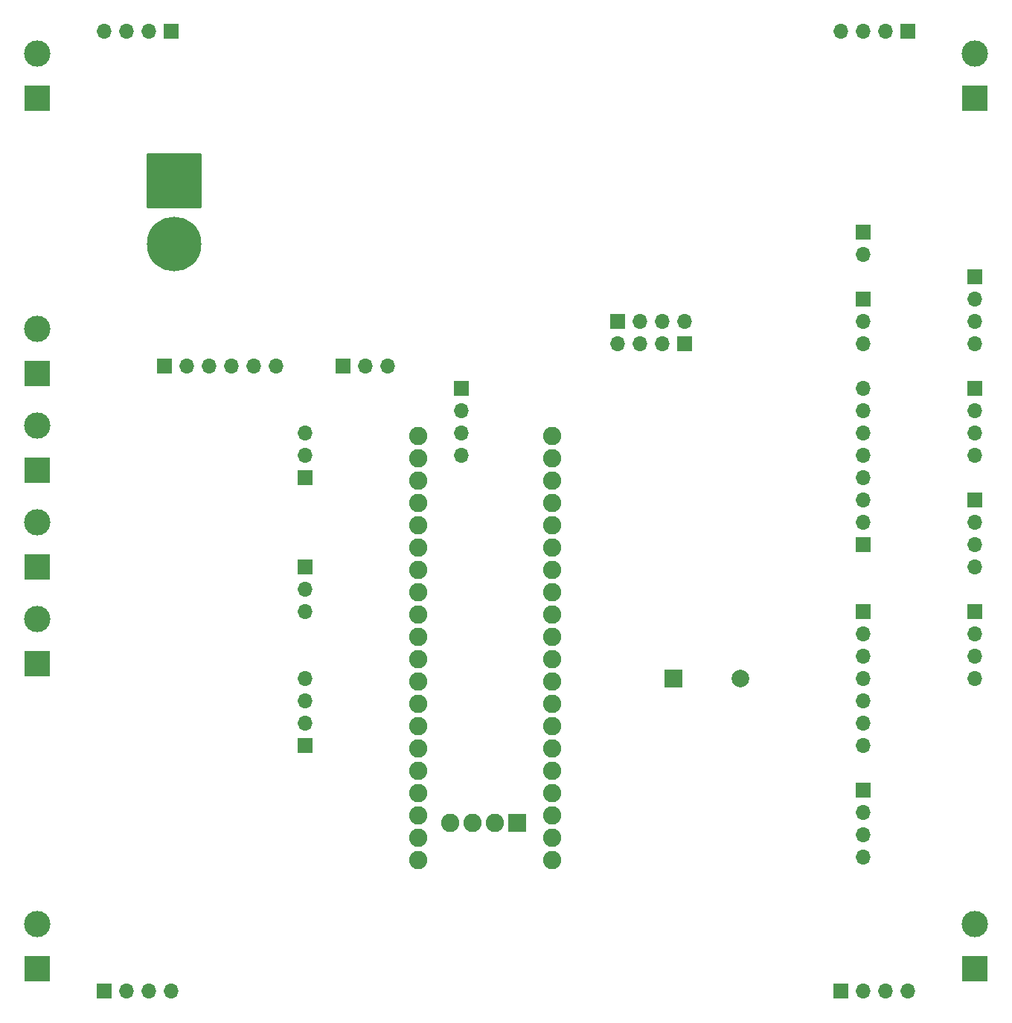
<source format=gbr>
%TF.GenerationSoftware,KiCad,Pcbnew,7.0.10-7.0.10~ubuntu22.04.1*%
%TF.CreationDate,2024-01-16T22:39:05+07:00*%
%TF.ProjectId,PCB_Sensor,5043425f-5365-46e7-936f-722e6b696361,rev?*%
%TF.SameCoordinates,Original*%
%TF.FileFunction,Soldermask,Bot*%
%TF.FilePolarity,Negative*%
%FSLAX46Y46*%
G04 Gerber Fmt 4.6, Leading zero omitted, Abs format (unit mm)*
G04 Created by KiCad (PCBNEW 7.0.10-7.0.10~ubuntu22.04.1) date 2024-01-16 22:39:05*
%MOMM*%
%LPD*%
G01*
G04 APERTURE LIST*
G04 Aperture macros list*
%AMRoundRect*
0 Rectangle with rounded corners*
0 $1 Rounding radius*
0 $2 $3 $4 $5 $6 $7 $8 $9 X,Y pos of 4 corners*
0 Add a 4 corners polygon primitive as box body*
4,1,4,$2,$3,$4,$5,$6,$7,$8,$9,$2,$3,0*
0 Add four circle primitives for the rounded corners*
1,1,$1+$1,$2,$3*
1,1,$1+$1,$4,$5*
1,1,$1+$1,$6,$7*
1,1,$1+$1,$8,$9*
0 Add four rect primitives between the rounded corners*
20,1,$1+$1,$2,$3,$4,$5,0*
20,1,$1+$1,$4,$5,$6,$7,0*
20,1,$1+$1,$6,$7,$8,$9,0*
20,1,$1+$1,$8,$9,$2,$3,0*%
G04 Aperture macros list end*
%ADD10R,1.700000X1.700000*%
%ADD11O,1.700000X1.700000*%
%ADD12C,3.000000*%
%ADD13R,3.000000X3.000000*%
%ADD14C,6.204000*%
%ADD15RoundRect,0.102000X-3.000000X3.000000X-3.000000X-3.000000X3.000000X-3.000000X3.000000X3.000000X0*%
%ADD16R,2.000000X2.000000*%
%ADD17C,2.000000*%
%ADD18C,2.082800*%
%ADD19RoundRect,0.101600X0.939800X-0.939800X0.939800X0.939800X-0.939800X0.939800X-0.939800X-0.939800X0*%
G04 APERTURE END LIST*
D10*
%TO.C,J30*%
X170180000Y-88900000D03*
D11*
X170180000Y-91440000D03*
X170180000Y-93980000D03*
X170180000Y-96520000D03*
%TD*%
D10*
%TO.C,J29*%
X170180000Y-101600000D03*
D11*
X170180000Y-104140000D03*
X170180000Y-106680000D03*
X170180000Y-109220000D03*
%TD*%
D10*
%TO.C,J28*%
X170180000Y-76200000D03*
D11*
X170180000Y-78740000D03*
X170180000Y-81280000D03*
X170180000Y-83820000D03*
%TD*%
D10*
%TO.C,J27*%
X170180000Y-63500000D03*
D11*
X170180000Y-66040000D03*
X170180000Y-68580000D03*
X170180000Y-71120000D03*
%TD*%
D10*
%TO.C,J26*%
X71120000Y-144780000D03*
D11*
X73660000Y-144780000D03*
X76200000Y-144780000D03*
X78740000Y-144780000D03*
%TD*%
D10*
%TO.C,J25*%
X78740000Y-35560000D03*
D11*
X76200000Y-35560000D03*
X73660000Y-35560000D03*
X71120000Y-35560000D03*
%TD*%
D10*
%TO.C,J24*%
X154940000Y-144780000D03*
D11*
X157480000Y-144780000D03*
X160020000Y-144780000D03*
X162560000Y-144780000D03*
%TD*%
D10*
%TO.C,J23*%
X162560000Y-35560000D03*
D11*
X160020000Y-35560000D03*
X157480000Y-35560000D03*
X154940000Y-35560000D03*
%TD*%
D12*
%TO.C,J22*%
X63500000Y-102446668D03*
D13*
X63500000Y-107526668D03*
%TD*%
D12*
%TO.C,J21*%
X63500000Y-91440000D03*
D13*
X63500000Y-96520000D03*
%TD*%
D12*
%TO.C,J20*%
X63500000Y-80433334D03*
D13*
X63500000Y-85513334D03*
%TD*%
%TO.C,J19*%
X63500000Y-43180000D03*
D12*
X63500000Y-38100000D03*
%TD*%
D13*
%TO.C,J18*%
X170180000Y-142240000D03*
D12*
X170180000Y-137160000D03*
%TD*%
D13*
%TO.C,J17*%
X170180000Y-43180000D03*
D12*
X170180000Y-38100000D03*
%TD*%
D13*
%TO.C,J16*%
X63500000Y-142240000D03*
D12*
X63500000Y-137160000D03*
%TD*%
D13*
%TO.C,J3*%
X63500000Y-74506668D03*
D12*
X63500000Y-69426668D03*
%TD*%
D10*
%TO.C,J4*%
X157480000Y-66040000D03*
D11*
X157480000Y-68580000D03*
X157480000Y-71120000D03*
%TD*%
D10*
%TO.C,J10*%
X157480000Y-121920000D03*
D11*
X157480000Y-124460000D03*
X157480000Y-127000000D03*
X157480000Y-129540000D03*
%TD*%
D14*
%TO.C,J6*%
X79060000Y-59720000D03*
D15*
X79060000Y-52520000D03*
%TD*%
D10*
%TO.C,J1*%
X98320000Y-73660000D03*
D11*
X100860000Y-73660000D03*
X103400000Y-73660000D03*
%TD*%
D10*
%TO.C,J5*%
X157480000Y-58420000D03*
D11*
X157480000Y-60960000D03*
%TD*%
D10*
%TO.C,J8*%
X93980000Y-86360000D03*
D11*
X93980000Y-83820000D03*
X93980000Y-81280000D03*
%TD*%
D10*
%TO.C,J2*%
X93980000Y-96520000D03*
D11*
X93980000Y-99060000D03*
X93980000Y-101600000D03*
%TD*%
D10*
%TO.C,J13*%
X157480000Y-101600000D03*
D11*
X157480000Y-104140000D03*
X157480000Y-106680000D03*
X157480000Y-109220000D03*
X157480000Y-111760000D03*
X157480000Y-114300000D03*
X157480000Y-116840000D03*
%TD*%
D10*
%TO.C,J14*%
X137160000Y-71120000D03*
D11*
X134620000Y-71120000D03*
X132080000Y-71120000D03*
X129540000Y-71120000D03*
%TD*%
D10*
%TO.C,J15*%
X129540000Y-68580000D03*
D11*
X132080000Y-68580000D03*
X134620000Y-68580000D03*
X137160000Y-68580000D03*
%TD*%
D16*
%TO.C,BZ1*%
X135900000Y-109220000D03*
D17*
X143500000Y-109220000D03*
%TD*%
D10*
%TO.C,J7*%
X111760000Y-76200000D03*
D11*
X111760000Y-78740000D03*
X111760000Y-81280000D03*
X111760000Y-83820000D03*
%TD*%
D10*
%TO.C,J9*%
X93980000Y-116840000D03*
D11*
X93980000Y-114300000D03*
X93980000Y-111760000D03*
X93980000Y-109220000D03*
%TD*%
D10*
%TO.C,J11*%
X78000000Y-73660000D03*
D11*
X80540000Y-73660000D03*
X83080000Y-73660000D03*
X85620000Y-73660000D03*
X88160000Y-73660000D03*
X90700000Y-73660000D03*
%TD*%
D10*
%TO.C,J12*%
X157480000Y-93980000D03*
D11*
X157480000Y-91440000D03*
X157480000Y-88900000D03*
X157480000Y-86360000D03*
X157480000Y-83820000D03*
X157480000Y-81280000D03*
X157480000Y-78740000D03*
X157480000Y-76200000D03*
%TD*%
D18*
%TO.C,U1*%
X122047000Y-81580000D03*
X122047000Y-84120000D03*
X122047000Y-86660000D03*
X122047000Y-89200000D03*
X122047000Y-91740000D03*
X122047000Y-94280000D03*
X122047000Y-96820000D03*
X122047000Y-99360000D03*
X122047000Y-101900000D03*
X122047000Y-104440000D03*
X122047000Y-106980000D03*
X122047000Y-109520000D03*
X122047000Y-112060000D03*
X122047000Y-114600000D03*
X122047000Y-117140000D03*
X122047000Y-119680000D03*
X122047000Y-122220000D03*
X122047000Y-124760000D03*
X122047000Y-127300000D03*
X122047000Y-129840000D03*
X106807000Y-129840000D03*
X106807000Y-127300000D03*
X106807000Y-124760000D03*
X106807000Y-122220000D03*
X106807000Y-119680000D03*
X106807000Y-117140000D03*
X106807000Y-114600000D03*
X106807000Y-112060000D03*
X106807000Y-109520000D03*
X106807000Y-106980000D03*
X106807000Y-104440000D03*
X106807000Y-101900000D03*
X106807000Y-99360000D03*
X106807000Y-96820000D03*
X106807000Y-94280000D03*
X106807000Y-91740000D03*
X106807000Y-89200000D03*
X106807000Y-86660000D03*
X106807000Y-84120000D03*
X106807000Y-81580000D03*
D19*
X118110000Y-125603000D03*
D18*
X115570000Y-125603000D03*
X113030000Y-125603000D03*
X110490000Y-125603000D03*
%TD*%
M02*

</source>
